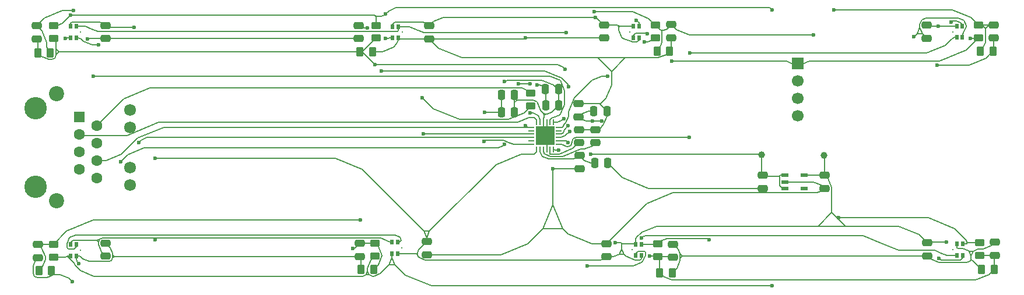
<source format=gbr>
%TF.GenerationSoftware,KiCad,Pcbnew,9.0.6*%
%TF.CreationDate,2026-01-10T21:11:38+01:00*%
%TF.ProjectId,_autosave-sisterboard_A,5f617574-6f73-4617-9665-2d7369737465,1.0*%
%TF.SameCoordinates,Original*%
%TF.FileFunction,Copper,L1,Top*%
%TF.FilePolarity,Positive*%
%FSLAX46Y46*%
G04 Gerber Fmt 4.6, Leading zero omitted, Abs format (unit mm)*
G04 Created by KiCad (PCBNEW 9.0.6) date 2026-01-10 21:11:38*
%MOMM*%
%LPD*%
G01*
G04 APERTURE LIST*
G04 Aperture macros list*
%AMRoundRect*
0 Rectangle with rounded corners*
0 $1 Rounding radius*
0 $2 $3 $4 $5 $6 $7 $8 $9 X,Y pos of 4 corners*
0 Add a 4 corners polygon primitive as box body*
4,1,4,$2,$3,$4,$5,$6,$7,$8,$9,$2,$3,0*
0 Add four circle primitives for the rounded corners*
1,1,$1+$1,$2,$3*
1,1,$1+$1,$4,$5*
1,1,$1+$1,$6,$7*
1,1,$1+$1,$8,$9*
0 Add four rect primitives between the rounded corners*
20,1,$1+$1,$2,$3,$4,$5,0*
20,1,$1+$1,$4,$5,$6,$7,0*
20,1,$1+$1,$6,$7,$8,$9,0*
20,1,$1+$1,$8,$9,$2,$3,0*%
G04 Aperture macros list end*
%TA.AperFunction,SMDPad,CuDef*%
%ADD10RoundRect,0.250000X0.250000X0.475000X-0.250000X0.475000X-0.250000X-0.475000X0.250000X-0.475000X0*%
%TD*%
%TA.AperFunction,SMDPad,CuDef*%
%ADD11RoundRect,0.250000X-0.450000X0.262500X-0.450000X-0.262500X0.450000X-0.262500X0.450000X0.262500X0*%
%TD*%
%TA.AperFunction,SMDPad,CuDef*%
%ADD12RoundRect,0.250000X-0.250000X-0.475000X0.250000X-0.475000X0.250000X0.475000X-0.250000X0.475000X0*%
%TD*%
%TA.AperFunction,SMDPad,CuDef*%
%ADD13R,2.794000X2.794000*%
%TD*%
%TA.AperFunction,SMDPad,CuDef*%
%ADD14R,0.807999X0.254800*%
%TD*%
%TA.AperFunction,SMDPad,CuDef*%
%ADD15R,0.254800X0.807999*%
%TD*%
%TA.AperFunction,SMDPad,CuDef*%
%ADD16RoundRect,0.250000X0.262500X0.450000X-0.262500X0.450000X-0.262500X-0.450000X0.262500X-0.450000X0*%
%TD*%
%TA.AperFunction,SMDPad,CuDef*%
%ADD17RoundRect,0.250000X0.450000X-0.262500X0.450000X0.262500X-0.450000X0.262500X-0.450000X-0.262500X0*%
%TD*%
%TA.AperFunction,SMDPad,CuDef*%
%ADD18RoundRect,0.250000X0.475000X-0.250000X0.475000X0.250000X-0.475000X0.250000X-0.475000X-0.250000X0*%
%TD*%
%TA.AperFunction,SMDPad,CuDef*%
%ADD19RoundRect,0.250000X-0.475000X0.250000X-0.475000X-0.250000X0.475000X-0.250000X0.475000X0.250000X0*%
%TD*%
%TA.AperFunction,SMDPad,CuDef*%
%ADD20R,0.540000X0.750000*%
%TD*%
%TA.AperFunction,SMDPad,CuDef*%
%ADD21RoundRect,0.150000X0.000010X0.000010X-0.000010X0.000010X-0.000010X-0.000010X0.000010X-0.000010X0*%
%TD*%
%TA.AperFunction,SMDPad,CuDef*%
%ADD22RoundRect,0.250000X-0.262500X-0.450000X0.262500X-0.450000X0.262500X0.450000X-0.262500X0.450000X0*%
%TD*%
%TA.AperFunction,ComponentPad*%
%ADD23C,2.200000*%
%TD*%
%TA.AperFunction,ComponentPad*%
%ADD24C,1.720000*%
%TD*%
%TA.AperFunction,ComponentPad*%
%ADD25C,1.600000*%
%TD*%
%TA.AperFunction,ComponentPad*%
%ADD26RoundRect,0.250000X-0.550000X0.550000X-0.550000X-0.550000X0.550000X-0.550000X0.550000X0.550000X0*%
%TD*%
%TA.AperFunction,WasherPad*%
%ADD27C,3.260000*%
%TD*%
%TA.AperFunction,SMDPad,CuDef*%
%ADD28RoundRect,0.150000X-0.000010X-0.000010X0.000010X-0.000010X0.000010X0.000010X-0.000010X0.000010X0*%
%TD*%
%TA.AperFunction,ComponentPad*%
%ADD29C,1.700000*%
%TD*%
%TA.AperFunction,ComponentPad*%
%ADD30R,1.700000X1.700000*%
%TD*%
%TA.AperFunction,SMDPad,CuDef*%
%ADD31R,1.000001X0.599999*%
%TD*%
%TA.AperFunction,SMDPad,CuDef*%
%ADD32C,1.000000*%
%TD*%
%TA.AperFunction,ViaPad*%
%ADD33C,0.600000*%
%TD*%
%TA.AperFunction,Conductor*%
%ADD34C,0.200000*%
%TD*%
G04 APERTURE END LIST*
D10*
%TO.P,C10,2*%
%TO.N,+3.3V*%
X152500000Y-88200000D03*
%TO.P,C10,1*%
%TO.N,GND*%
X154400000Y-88200000D03*
%TD*%
D11*
%TO.P,R1,2*%
%TO.N,Net-(U1-SDOUT)*%
X150375000Y-90675000D03*
%TO.P,R1,1*%
%TO.N,/SDOUT*%
X150375000Y-88850000D03*
%TD*%
D12*
%TO.P,C8,2*%
%TO.N,GND*%
X148025000Y-89075000D03*
%TO.P,C8,1*%
%TO.N,Net-(U1-DREG)*%
X146125000Y-89075000D03*
%TD*%
%TO.P,C9,2*%
%TO.N,GND*%
X154450000Y-90600000D03*
%TO.P,C9,1*%
%TO.N,+3.3V*%
X152550000Y-90600000D03*
%TD*%
D10*
%TO.P,C7,2*%
%TO.N,Net-(U1-DREG)*%
X146100000Y-91650000D03*
%TO.P,C7,1*%
%TO.N,GND*%
X148000000Y-91650000D03*
%TD*%
D13*
%TO.P,U1,25,VSS*%
%TO.N,GND*%
X152455000Y-95045200D03*
D14*
%TO.P,U1,24,DREG*%
%TO.N,Net-(U1-DREG)*%
X150488900Y-96295515D03*
%TO.P,U1,23,FSYNC*%
%TO.N,/FSYNC*%
X150488900Y-95795389D03*
%TO.P,U1,22,BCLK*%
%TO.N,/BCLK*%
X150488900Y-95295263D03*
%TO.P,U1,21,SDOUT*%
%TO.N,Net-(U1-SDOUT)*%
X150488900Y-94795137D03*
%TO.P,U1,20,GPIO1*%
%TO.N,unconnected-(U1-GPIO1-Pad20)*%
X150488900Y-94295011D03*
%TO.P,U1,19,IOVDD*%
%TO.N,+3.3V*%
X150488900Y-93794885D03*
D15*
%TO.P,U1,18,SDA_SSZ*%
%TO.N,/SDA_SSZ*%
X151204685Y-93079100D03*
%TO.P,U1,17,SCL_MOSI*%
%TO.N,/SCL_MOSI*%
X151704811Y-93079100D03*
%TO.P,U1,16,ADDR0_SCLK*%
%TO.N,GND*%
X152204937Y-93079100D03*
%TO.P,U1,15,ADDR1_MISO*%
X152705063Y-93079100D03*
%TO.P,U1,14,SHDNZ*%
%TO.N,/SHDNZ*%
X153205189Y-93079100D03*
%TO.P,U1,13,PDMCLK4_GPO4*%
%TO.N,Net-(U1-PDMCLK4_GPO4)*%
X153705315Y-93079100D03*
D14*
%TO.P,U1,12,PDMDIN4_GPI4*%
%TO.N,Net-(U1-PDMDIN4_GPI4)*%
X154421100Y-93794885D03*
%TO.P,U1,11,PDMCLK3_GPO3*%
%TO.N,Net-(U1-PDMCLK3_GPO3)*%
X154421100Y-94295011D03*
%TO.P,U1,10,PDMDIN3_GPI3*%
%TO.N,Net-(U1-PDMDIN3_GPI3)*%
X154421100Y-94795137D03*
%TO.P,U1,9,PDMLK2_GPO2*%
%TO.N,Net-(U1-PDMLK2_GPO2)*%
X154421100Y-95295263D03*
%TO.P,U1,8,PDMDIN2_GPI2*%
%TO.N,Net-(U1-PDMDIN2_GPI2)*%
X154421100Y-95795389D03*
%TO.P,U1,7,PDMLK1_GPO1*%
%TO.N,Net-(U1-PDMLK1_GPO1)*%
X154421100Y-96295515D03*
D15*
%TO.P,U1,6,PDMDIN1_GPI1*%
%TO.N,Net-(U1-PDMDIN1_GPI1)*%
X153705315Y-97011300D03*
%TO.P,U1,5,MICBIAS*%
%TO.N,Net-(U1-MICBIAS)*%
X153205189Y-97011300D03*
%TO.P,U1,4,AVSS*%
%TO.N,GND*%
X152705063Y-97011300D03*
%TO.P,U1,3,VREF*%
%TO.N,Net-(U1-VREF)*%
X152204937Y-97011300D03*
%TO.P,U1,2,AREG*%
%TO.N,Net-(U1-AREG)*%
X151704811Y-97011300D03*
%TO.P,U1,1,AVDD*%
%TO.N,+1V8*%
X151204685Y-97011300D03*
%TD*%
D16*
%TO.P,R17,2*%
%TO.N,GND*%
X215850000Y-114450000D03*
%TO.P,R17,1*%
%TO.N,Net-(U1-PDMDIN4_GPI4)*%
X217675000Y-114450000D03*
%TD*%
D17*
%TO.P,R15,2*%
%TO.N,Net-(J2-Pin_4)*%
X215537000Y-110612000D03*
%TO.P,R15,1*%
%TO.N,Net-(U1-PDMDIN4_GPI4)*%
X215537000Y-112437000D03*
%TD*%
D18*
%TO.P,C26,2*%
%TO.N,GND*%
X217787000Y-110537000D03*
%TO.P,C26,1*%
%TO.N,Net-(U1-PDMDIN4_GPI4)*%
X217787000Y-112437000D03*
%TD*%
D19*
%TO.P,C24,2*%
%TO.N,GND*%
X207962000Y-112512000D03*
%TO.P,C24,1*%
%TO.N,+1V8*%
X207962000Y-110612000D03*
%TD*%
D20*
%TO.P,U9,5,VDD*%
%TO.N,+1V8*%
X213087000Y-112463000D03*
%TO.P,U9,4,CLK*%
%TO.N,Net-(U1-PDMCLK4_GPO4)*%
X212265000Y-112463000D03*
D21*
%TO.P,U9,3,GND*%
%TO.N,GND*%
X211690500Y-111625000D03*
D20*
%TO.P,U9,2,LR*%
X212265000Y-110787000D03*
%TO.P,U9,1,DATA*%
%TO.N,Net-(J2-Pin_4)*%
X213087000Y-110787000D03*
%TD*%
D19*
%TO.P,C2,1*%
%TO.N,GND*%
X157350000Y-90375000D03*
%TO.P,C2,2*%
%TO.N,+1V8*%
X157350000Y-92275000D03*
%TD*%
D12*
%TO.P,C1,1*%
%TO.N,+1V8*%
X159525000Y-91450000D03*
%TO.P,C1,2*%
%TO.N,GND*%
X161425000Y-91450000D03*
%TD*%
D18*
%TO.P,C4,1*%
%TO.N,Net-(U1-MICBIAS)*%
X157430000Y-96045200D03*
%TO.P,C4,2*%
%TO.N,GND*%
X157430000Y-94145200D03*
%TD*%
D10*
%TO.P,C5,1*%
%TO.N,GND*%
X161580000Y-99020200D03*
%TO.P,C5,2*%
%TO.N,Net-(U1-AREG)*%
X159680000Y-99020200D03*
%TD*%
D19*
%TO.P,C6,1*%
%TO.N,Net-(U1-AREG)*%
X157455000Y-97920200D03*
%TO.P,C6,2*%
%TO.N,GND*%
X157455000Y-99820200D03*
%TD*%
D18*
%TO.P,C3,1*%
%TO.N,Net-(U1-VREF)*%
X159800000Y-96025000D03*
%TO.P,C3,2*%
%TO.N,GND*%
X159800000Y-94125000D03*
%TD*%
D17*
%TO.P,R14,2*%
%TO.N,Net-(J2-Pin_4)*%
X168825000Y-110763500D03*
%TO.P,R14,1*%
%TO.N,Net-(U1-PDMDIN4_GPI4)*%
X168825000Y-112588500D03*
%TD*%
D20*
%TO.P,U8,5,VDD*%
%TO.N,+1V8*%
X166475000Y-112476000D03*
%TO.P,U8,4,CLK*%
%TO.N,Net-(U1-PDMCLK4_GPO4)*%
X165653000Y-112476000D03*
D21*
%TO.P,U8,3,GND*%
%TO.N,GND*%
X165078500Y-111638000D03*
D20*
%TO.P,U8,2,LR*%
%TO.N,+1V8*%
X165653000Y-110800000D03*
%TO.P,U8,1,DATA*%
%TO.N,Net-(J2-Pin_4)*%
X166475000Y-110800000D03*
%TD*%
D19*
%TO.P,C18,2*%
%TO.N,GND*%
X125402000Y-80875000D03*
%TO.P,C18,1*%
%TO.N,Net-(U1-PDMDIN2_GPI2)*%
X125402000Y-78975000D03*
%TD*%
D18*
%TO.P,C25,2*%
%TO.N,GND*%
X171075000Y-110801000D03*
%TO.P,C25,1*%
%TO.N,Net-(U1-PDMDIN4_GPI4)*%
X171075000Y-112701000D03*
%TD*%
D22*
%TO.P,R16,2*%
%TO.N,GND*%
X170912500Y-115000000D03*
%TO.P,R16,1*%
%TO.N,Net-(U1-PDMDIN4_GPI4)*%
X169087500Y-115000000D03*
%TD*%
D23*
%TO.P,J1,SH*%
%TO.N,N/C*%
X81550000Y-104510000D03*
X81550000Y-88920000D03*
D24*
%TO.P,J1,14*%
X92220000Y-102175000D03*
%TO.P,J1,13*%
X92220000Y-99635000D03*
%TO.P,J1,12*%
X92220000Y-93795000D03*
%TO.P,J1,11*%
X92220000Y-91255000D03*
D25*
%TO.P,J1,9*%
X87390000Y-101160000D03*
%TO.P,J1,8*%
%TO.N,GND*%
X84850000Y-99890000D03*
%TO.P,J1,7*%
%TO.N,+3.3V*%
X87390000Y-98620000D03*
%TO.P,J1,6*%
%TO.N,/SHDNZ*%
X84850000Y-97350000D03*
%TO.P,J1,5*%
%TO.N,/SCL_MOSI*%
X87390000Y-96080000D03*
%TO.P,J1,4*%
%TO.N,/SDA_SSZ*%
X84850000Y-94810000D03*
%TO.P,J1,3*%
%TO.N,/SDOUT*%
X87390000Y-93540000D03*
D26*
%TO.P,J1,2*%
%TO.N,/BCLK*%
X84850000Y-92270000D03*
D27*
%TO.P,J1,*%
%TO.N,*%
X78500000Y-102430000D03*
X78500000Y-91000000D03*
%TD*%
D22*
%TO.P,R9,2*%
%TO.N,GND*%
X127402000Y-82813000D03*
%TO.P,R9,1*%
%TO.N,Net-(U1-PDMDIN2_GPI2)*%
X125577000Y-82813000D03*
%TD*%
D20*
%TO.P,U5,5,VDD*%
%TO.N,+1V8*%
X130328000Y-79137000D03*
%TO.P,U5,4,CLK*%
%TO.N,Net-(U1-PDMLK2_GPO2)*%
X131150000Y-79137000D03*
D28*
%TO.P,U5,3,GND*%
%TO.N,GND*%
X131724500Y-79975000D03*
D20*
%TO.P,U5,2,LR*%
X131150000Y-80813000D03*
%TO.P,U5,1,DATA*%
%TO.N,Net-(J2-Pin_2)*%
X130328000Y-80813000D03*
%TD*%
D29*
%TO.P,J2,4,Pin_4*%
%TO.N,Net-(J2-Pin_4)*%
X189150000Y-92095000D03*
%TO.P,J2,3,Pin_3*%
%TO.N,Net-(J2-Pin_3)*%
X189150000Y-89555000D03*
%TO.P,J2,2,Pin_2*%
%TO.N,Net-(J2-Pin_2)*%
X189150000Y-87015000D03*
D30*
%TO.P,J2,1,Pin_1*%
%TO.N,Net-(J2-Pin_1)*%
X189150000Y-84475000D03*
%TD*%
D11*
%TO.P,R7,2*%
%TO.N,Net-(U1-PDMDIN2_GPI2)*%
X127902000Y-80800000D03*
%TO.P,R7,1*%
%TO.N,Net-(J2-Pin_2)*%
X127902000Y-78975000D03*
%TD*%
D18*
%TO.P,C23,2*%
%TO.N,GND*%
X161350000Y-110751000D03*
%TO.P,C23,1*%
%TO.N,+1V8*%
X161350000Y-112651000D03*
%TD*%
D19*
%TO.P,C16,2*%
%TO.N,GND*%
X135650000Y-80925000D03*
%TO.P,C16,1*%
%TO.N,+1V8*%
X135650000Y-79025000D03*
%TD*%
D20*
%TO.P,U2,1,DATA*%
%TO.N,Net-(J2-Pin_3)*%
X130241500Y-112219000D03*
%TO.P,U2,2,LR*%
%TO.N,+1V8*%
X131063500Y-112219000D03*
D28*
%TO.P,U2,3,GND*%
%TO.N,GND*%
X131638000Y-111381000D03*
D20*
%TO.P,U2,4,CLK*%
%TO.N,Net-(U1-PDMCLK3_GPO3)*%
X131063500Y-110543000D03*
%TO.P,U2,5,VDD*%
%TO.N,+1V8*%
X130241500Y-110543000D03*
%TD*%
D18*
%TO.P,C20,1*%
%TO.N,+1V8*%
X207900000Y-80850000D03*
%TO.P,C20,2*%
%TO.N,GND*%
X207900000Y-78950000D03*
%TD*%
D19*
%TO.P,C12,1*%
%TO.N,+1V8*%
X135265500Y-110456000D03*
%TO.P,C12,2*%
%TO.N,GND*%
X135265500Y-112356000D03*
%TD*%
D16*
%TO.P,R12,1*%
%TO.N,GND*%
X170565500Y-82699000D03*
%TO.P,R12,2*%
%TO.N,Net-(U1-PDMDIN1_GPI1)*%
X168740500Y-82699000D03*
%TD*%
D22*
%TO.P,R13,1*%
%TO.N,Net-(U1-PDMDIN1_GPI1)*%
X215662500Y-82700000D03*
%TO.P,R13,2*%
%TO.N,GND*%
X217487500Y-82700000D03*
%TD*%
D19*
%TO.P,C22,1*%
%TO.N,Net-(U1-PDMDIN1_GPI1)*%
X217625000Y-78925000D03*
%TO.P,C22,2*%
%TO.N,GND*%
X217625000Y-80825000D03*
%TD*%
D17*
%TO.P,R3,1*%
%TO.N,Net-(J2-Pin_3)*%
X127790500Y-112518500D03*
%TO.P,R3,2*%
%TO.N,Net-(U1-PDMDIN3_GPI3)*%
X127790500Y-110693500D03*
%TD*%
D31*
%TO.P,U10,1,IN*%
%TO.N,+3.3V*%
X187299999Y-100796999D03*
%TO.P,U10,2,GND*%
%TO.N,GND*%
X187299999Y-101747000D03*
%TO.P,U10,3,EN*%
%TO.N,+3.3V*%
X187299999Y-102696998D03*
%TO.P,U10,4,N/C*%
%TO.N,unconnected-(U10-N{slash}C-Pad4)*%
X190049999Y-102696998D03*
%TO.P,U10,5,OUT*%
%TO.N,+1V8*%
X190049999Y-100796999D03*
%TD*%
D22*
%TO.P,R4,1*%
%TO.N,Net-(U1-PDMDIN3_GPI3)*%
X78978500Y-114656000D03*
%TO.P,R4,2*%
%TO.N,GND*%
X80803500Y-114656000D03*
%TD*%
D19*
%TO.P,C21,1*%
%TO.N,Net-(U1-PDMDIN1_GPI1)*%
X170803000Y-78874000D03*
%TO.P,C21,2*%
%TO.N,GND*%
X170803000Y-80774000D03*
%TD*%
D18*
%TO.P,C17,1*%
%TO.N,Net-(U1-PDMDIN2_GPI2)*%
X78650000Y-80925000D03*
%TO.P,C17,2*%
%TO.N,GND*%
X78650000Y-79025000D03*
%TD*%
D19*
%TO.P,C28,1*%
%TO.N,+1V8*%
X193050000Y-100797000D03*
%TO.P,C28,2*%
%TO.N,GND*%
X193050000Y-102697000D03*
%TD*%
D17*
%TO.P,R10,1*%
%TO.N,Net-(J2-Pin_1)*%
X168478000Y-80749000D03*
%TO.P,R10,2*%
%TO.N,Net-(U1-PDMDIN1_GPI1)*%
X168478000Y-78924000D03*
%TD*%
D19*
%TO.P,C19,1*%
%TO.N,+1V8*%
X161028000Y-78924000D03*
%TO.P,C19,2*%
%TO.N,GND*%
X161028000Y-80824000D03*
%TD*%
%TO.P,C13,1*%
%TO.N,Net-(U1-PDMDIN3_GPI3)*%
X78853500Y-110856000D03*
%TO.P,C13,2*%
%TO.N,GND*%
X78853500Y-112756000D03*
%TD*%
D18*
%TO.P,C11,1*%
%TO.N,+1V8*%
X88678500Y-112556000D03*
%TO.P,C11,2*%
%TO.N,GND*%
X88678500Y-110656000D03*
%TD*%
D19*
%TO.P,C15,1*%
%TO.N,+1V8*%
X88650000Y-78975000D03*
%TO.P,C15,2*%
%TO.N,GND*%
X88650000Y-80875000D03*
%TD*%
D20*
%TO.P,U3,1,DATA*%
%TO.N,Net-(J2-Pin_3)*%
X83591500Y-112544000D03*
%TO.P,U3,2,LR*%
%TO.N,GND*%
X84413500Y-112544000D03*
D28*
%TO.P,U3,3,GND*%
X84988000Y-111706000D03*
D20*
%TO.P,U3,4,CLK*%
%TO.N,Net-(U1-PDMCLK3_GPO3)*%
X84413500Y-110868000D03*
%TO.P,U3,5,VDD*%
%TO.N,+1V8*%
X83591500Y-110868000D03*
%TD*%
%TO.P,U7,1,DATA*%
%TO.N,Net-(J2-Pin_1)*%
X213046000Y-79063000D03*
%TO.P,U7,2,LR*%
%TO.N,GND*%
X212224000Y-79063000D03*
D21*
%TO.P,U7,3,GND*%
X211649500Y-79901000D03*
D20*
%TO.P,U7,4,CLK*%
%TO.N,Net-(U1-PDMLK1_GPO1)*%
X212224000Y-80739000D03*
%TO.P,U7,5,VDD*%
%TO.N,+1V8*%
X213046000Y-80739000D03*
%TD*%
D17*
%TO.P,R11,1*%
%TO.N,Net-(J2-Pin_1)*%
X215400000Y-80762500D03*
%TO.P,R11,2*%
%TO.N,Net-(U1-PDMDIN1_GPI1)*%
X215400000Y-78937500D03*
%TD*%
D19*
%TO.P,C14,1*%
%TO.N,Net-(U1-PDMDIN3_GPI3)*%
X125565500Y-110681000D03*
%TO.P,C14,2*%
%TO.N,GND*%
X125565500Y-112581000D03*
%TD*%
D20*
%TO.P,U4,1,DATA*%
%TO.N,Net-(J2-Pin_2)*%
X83576000Y-80787000D03*
%TO.P,U4,2,LR*%
%TO.N,+1V8*%
X84398000Y-80787000D03*
D28*
%TO.P,U4,3,GND*%
%TO.N,GND*%
X84972500Y-79949000D03*
D20*
%TO.P,U4,4,CLK*%
%TO.N,Net-(U1-PDMLK2_GPO2)*%
X84398000Y-79111000D03*
%TO.P,U4,5,VDD*%
%TO.N,+1V8*%
X83576000Y-79111000D03*
%TD*%
D11*
%TO.P,R6,1*%
%TO.N,Net-(J2-Pin_2)*%
X81150000Y-79025000D03*
%TO.P,R6,2*%
%TO.N,Net-(U1-PDMDIN2_GPI2)*%
X81150000Y-80850000D03*
%TD*%
D17*
%TO.P,R2,1*%
%TO.N,Net-(J2-Pin_3)*%
X81078500Y-112681000D03*
%TO.P,R2,2*%
%TO.N,Net-(U1-PDMDIN3_GPI3)*%
X81078500Y-110856000D03*
%TD*%
D20*
%TO.P,U6,1,DATA*%
%TO.N,Net-(J2-Pin_1)*%
X166125000Y-79099000D03*
%TO.P,U6,2,LR*%
%TO.N,+1V8*%
X165303000Y-79099000D03*
D21*
%TO.P,U6,3,GND*%
%TO.N,GND*%
X164728500Y-79937000D03*
D20*
%TO.P,U6,4,CLK*%
%TO.N,Net-(U1-PDMLK1_GPO1)*%
X165303000Y-80775000D03*
%TO.P,U6,5,VDD*%
%TO.N,+1V8*%
X166125000Y-80775000D03*
%TD*%
D32*
%TO.P,TP2,1,1*%
%TO.N,+1V8*%
X193000000Y-97897000D03*
%TD*%
%TO.P,TP1,1,1*%
%TO.N,+3.3V*%
X183925000Y-97775000D03*
%TD*%
D22*
%TO.P,R8,1*%
%TO.N,Net-(U1-PDMDIN2_GPI2)*%
X78825000Y-82975000D03*
%TO.P,R8,2*%
%TO.N,GND*%
X80650000Y-82975000D03*
%TD*%
D16*
%TO.P,R5,1*%
%TO.N,Net-(U1-PDMDIN3_GPI3)*%
X127590500Y-114481000D03*
%TO.P,R5,2*%
%TO.N,GND*%
X125765500Y-114481000D03*
%TD*%
D18*
%TO.P,C27,1*%
%TO.N,GND*%
X184050000Y-102697000D03*
%TO.P,C27,2*%
%TO.N,+3.3V*%
X184050000Y-100797000D03*
%TD*%
D33*
%TO.N,Net-(U1-PDMDIN2_GPI2)*%
X155356000Y-85323600D03*
X127782000Y-84681600D03*
X126656000Y-79322400D03*
X155797000Y-95995900D03*
%TO.N,Net-(U1-PDMLK2_GPO2)*%
X156054000Y-94381000D03*
X155547000Y-80037100D03*
%TO.N,Net-(U1-PDMLK1_GPO1)*%
X173499000Y-82986900D03*
X173374000Y-95227800D03*
X167270000Y-80218700D03*
%TO.N,/BCLK*%
X93464600Y-95997200D03*
%TO.N,Net-(U1-PDMCLK4_GPO4)*%
X158559000Y-114016000D03*
X166476000Y-109906000D03*
X155164000Y-92555900D03*
%TO.N,Net-(U1-SDOUT)*%
X134655000Y-89510400D03*
X134831000Y-94721000D03*
%TO.N,Net-(U1-PDMDIN4_GPI4)*%
X161523000Y-86350100D03*
X167618000Y-112577000D03*
%TO.N,Net-(J2-Pin_1)*%
X170857000Y-84188600D03*
X211402000Y-78491000D03*
X214204000Y-80911300D03*
X165728000Y-78239700D03*
X166875000Y-81380100D03*
%TO.N,Net-(U1-PDMDIN1_GPI1)*%
X194415000Y-76689200D03*
X191427000Y-80388700D03*
X159582000Y-76980100D03*
X154440000Y-97123200D03*
%TO.N,Net-(J2-Pin_4)*%
X176318000Y-110148000D03*
X195047000Y-106956000D03*
%TO.N,Net-(J2-Pin_3)*%
X185451000Y-116885000D03*
%TO.N,Net-(U1-PDMDIN3_GPI3)*%
X124574000Y-111443000D03*
X125691000Y-107325000D03*
X128679000Y-85628000D03*
X155878000Y-87865700D03*
X155809000Y-93605000D03*
%TO.N,Net-(J2-Pin_2)*%
X129333000Y-77290900D03*
X129330000Y-80882000D03*
X82835500Y-80830800D03*
X83586700Y-77509400D03*
X185451000Y-76689200D03*
%TO.N,/SCL_MOSI*%
X90861300Y-98813600D03*
X150308000Y-91724300D03*
X148562000Y-87514700D03*
X150299000Y-87490600D03*
X146607000Y-96254100D03*
%TO.N,/SHDNZ*%
X86847000Y-86374500D03*
%TO.N,Net-(U1-DREG)*%
X143676000Y-91650000D03*
X143619000Y-95873900D03*
%TO.N,+3.3V*%
X149612000Y-93588300D03*
X151336000Y-87625400D03*
X159073000Y-97682200D03*
%TO.N,+1V8*%
X159368000Y-92898400D03*
X159782000Y-77821300D03*
X160675000Y-92900000D03*
X162679000Y-110628000D03*
X209677000Y-112896000D03*
X210731000Y-110500000D03*
X95811000Y-110123000D03*
X92823000Y-79285600D03*
X206024000Y-80594500D03*
X87638300Y-81828700D03*
X95811000Y-98347700D03*
%TO.N,GND*%
X146607000Y-87172700D03*
X149595000Y-80824000D03*
X84729900Y-113602000D03*
X85994700Y-80951400D03*
X83813800Y-116294000D03*
X83975300Y-76793700D03*
X209355000Y-84726500D03*
X209535000Y-79063000D03*
X153604000Y-99820200D03*
%TD*%
D34*
%TO.N,Net-(U1-PDMDIN2_GPI2)*%
X81880100Y-82813000D02*
X81485100Y-83207900D01*
X81485100Y-82418100D02*
X81880100Y-82813000D01*
X125942000Y-82813000D02*
X125971000Y-82784100D01*
X125971000Y-82841900D02*
X125942000Y-82813000D01*
X81485100Y-83207900D02*
X81485100Y-82418100D01*
X125971000Y-82784100D02*
X125971000Y-82841900D01*
X78737500Y-81012500D02*
X78650000Y-80925000D01*
X78825000Y-81223700D02*
X78737500Y-81012500D01*
X78825000Y-82975000D02*
X78825000Y-81223700D01*
X126000000Y-82701700D02*
X127902000Y-80800000D01*
X125971000Y-82771900D02*
X126000000Y-82701700D01*
X125971000Y-82784100D02*
X125971000Y-82771900D01*
X125992000Y-82891200D02*
X127782000Y-84681600D01*
X125971000Y-82841900D02*
X125992000Y-82891200D01*
X125576000Y-79148700D02*
X125402000Y-78975000D01*
X125995000Y-79322400D02*
X125576000Y-79148700D01*
X126656000Y-79322400D02*
X125995000Y-79322400D01*
X81485100Y-83351700D02*
X81485100Y-83207900D01*
X81307500Y-83780500D02*
X81485100Y-83351700D01*
X80878700Y-83958100D02*
X81307500Y-83780500D01*
X80469000Y-83958100D02*
X80878700Y-83958100D01*
X79340800Y-83490800D02*
X80469000Y-83958100D01*
X78825000Y-82975000D02*
X79340800Y-83490800D01*
X81880100Y-82813000D02*
X125942000Y-82813000D01*
X81317600Y-81017600D02*
X81150000Y-80850000D01*
X81485100Y-81422100D02*
X81317600Y-81017600D01*
X81485100Y-82418100D02*
X81485100Y-81422100D01*
X154260000Y-84681600D02*
X127782000Y-84681600D01*
X155035000Y-85002600D02*
X154260000Y-84681600D01*
X155356000Y-85323600D02*
X155035000Y-85002600D01*
X155455000Y-95795400D02*
X154421100Y-95795400D01*
X155697000Y-95895600D02*
X155455000Y-95795400D01*
X155797000Y-95995900D02*
X155697000Y-95895600D01*
X154421100Y-95795400D02*
X154421000Y-95795400D01*
X125577000Y-82813000D02*
X125942000Y-82813000D01*
%TO.N,Net-(U1-PDMLK2_GPO2)*%
X131161000Y-79159500D02*
X131150000Y-79170800D01*
X131150000Y-79148200D02*
X131161000Y-79159500D01*
X131150000Y-79170800D02*
X131150000Y-79148200D01*
X131150000Y-79148200D02*
X131150000Y-79137000D01*
X85650000Y-79111000D02*
X84398000Y-79111000D01*
X86589400Y-79500100D02*
X85650000Y-79111000D01*
X87528900Y-79889300D02*
X86589400Y-79500100D01*
X130962000Y-79889300D02*
X87528900Y-79889300D01*
X131095000Y-79834100D02*
X130962000Y-79889300D01*
X131150000Y-79700800D02*
X131095000Y-79834100D01*
X131150000Y-79170800D02*
X131150000Y-79700800D01*
X134877000Y-80037100D02*
X155547000Y-80037100D01*
X133817000Y-79598300D02*
X134877000Y-80037100D01*
X132758000Y-79159500D02*
X133817000Y-79598300D01*
X131161000Y-79159500D02*
X132758000Y-79159500D01*
X154781000Y-95295300D02*
X154421100Y-95295300D01*
X155394000Y-95041100D02*
X154781000Y-95295300D01*
X156054000Y-94381000D02*
X155394000Y-95041100D01*
X154421100Y-95295300D02*
X154421000Y-95295300D01*
%TO.N,Net-(U1-PDMCLK3_GPO3)*%
X84413500Y-111189000D02*
X84413500Y-110868000D01*
X84092600Y-111510000D02*
X84413500Y-111189000D01*
X83296600Y-111510000D02*
X84092600Y-111510000D01*
X83116700Y-111435000D02*
X83296600Y-111510000D01*
X83042200Y-111256000D02*
X83116700Y-111435000D01*
X83042200Y-110779000D02*
X83042200Y-111256000D01*
X83422400Y-109861000D02*
X83042200Y-110779000D01*
X84340500Y-109481000D02*
X83422400Y-109861000D01*
X130682000Y-109481000D02*
X84340500Y-109481000D01*
X131332000Y-109750000D02*
X130682000Y-109481000D01*
X131415000Y-109834000D02*
X131332000Y-109750000D01*
X131600000Y-110281000D02*
X131415000Y-109834000D01*
X131338000Y-110543000D02*
X131600000Y-110281000D01*
X131064000Y-110543000D02*
X131338000Y-110543000D01*
X131063500Y-110543000D02*
X131064000Y-110543000D01*
%TO.N,Net-(U1-PDMLK1_GPO1)*%
X207850000Y-82986900D02*
X173499000Y-82986900D01*
X210563000Y-81862900D02*
X207850000Y-82986900D01*
X211497000Y-80928800D02*
X210563000Y-81862900D01*
X211956000Y-80739000D02*
X211497000Y-80928800D01*
X212224000Y-80739000D02*
X211956000Y-80739000D01*
X165303000Y-80454100D02*
X165303000Y-80775000D01*
X165624000Y-80133100D02*
X165303000Y-80454100D01*
X167124000Y-80133100D02*
X165624000Y-80133100D01*
X167227000Y-80175900D02*
X167124000Y-80133100D01*
X167270000Y-80218700D02*
X167227000Y-80175900D01*
X154871000Y-96295500D02*
X154421100Y-96295500D01*
X155627000Y-96608700D02*
X154871000Y-96295500D01*
X155754000Y-96608700D02*
X155627000Y-96608700D01*
X156211000Y-96419200D02*
X155754000Y-96608700D01*
X156400000Y-95961900D02*
X156211000Y-96419200D01*
X156400000Y-95859400D02*
X156400000Y-95961900D01*
X156586000Y-95412800D02*
X156400000Y-95859400D01*
X157032000Y-95227800D02*
X156586000Y-95412800D01*
X173374000Y-95227800D02*
X157032000Y-95227800D01*
X154421100Y-96295500D02*
X154421000Y-96295500D01*
%TO.N,/BCLK*%
X150489000Y-95295300D02*
X150488900Y-95295300D01*
X93815600Y-95646200D02*
X93464600Y-95997200D01*
X94662800Y-95295300D02*
X93815600Y-95646200D01*
X150488900Y-95295300D02*
X94662800Y-95295300D01*
%TO.N,Net-(U1-PDMCLK4_GPO4)*%
X165653000Y-112155000D02*
X165653000Y-112476000D01*
X165974000Y-111834000D02*
X165653000Y-112155000D01*
X166811000Y-111834000D02*
X165974000Y-111834000D01*
X166953000Y-111893000D02*
X166811000Y-111834000D01*
X167012000Y-112035000D02*
X166953000Y-111893000D01*
X167012000Y-112464000D02*
X167012000Y-112035000D01*
X166650000Y-113338000D02*
X167012000Y-112464000D01*
X166492000Y-113496000D02*
X166650000Y-113338000D01*
X165237000Y-114016000D02*
X166492000Y-113496000D01*
X158559000Y-114016000D02*
X165237000Y-114016000D01*
X210812000Y-112463000D02*
X212265000Y-112463000D01*
X209910000Y-112089000D02*
X210812000Y-112463000D01*
X209007000Y-111715000D02*
X209910000Y-112089000D01*
X203836000Y-111715000D02*
X209007000Y-111715000D01*
X201251000Y-110645000D02*
X203836000Y-111715000D01*
X198667000Y-109574000D02*
X201251000Y-110645000D01*
X167043000Y-109574000D02*
X198667000Y-109574000D01*
X166642000Y-109740000D02*
X167043000Y-109574000D01*
X166476000Y-109906000D02*
X166642000Y-109740000D01*
X154271000Y-93079100D02*
X153705300Y-93079100D01*
X154902000Y-92817500D02*
X154271000Y-93079100D01*
X155164000Y-92555900D02*
X154902000Y-92817500D01*
X153705300Y-93079100D02*
X153705000Y-93079100D01*
%TO.N,Net-(U1-SDOUT)*%
X150375000Y-90720900D02*
X150375000Y-90675000D01*
X150343000Y-90799300D02*
X150375000Y-90720900D01*
X149434000Y-91708100D02*
X150343000Y-90799300D01*
X147161000Y-92649400D02*
X149434000Y-91708100D01*
X140014000Y-92649400D02*
X147161000Y-92649400D01*
X136224000Y-91079900D02*
X140014000Y-92649400D01*
X134655000Y-89510400D02*
X136224000Y-91079900D01*
X149870000Y-94795100D02*
X150488900Y-94795100D01*
X149781000Y-94758100D02*
X149870000Y-94795100D01*
X149692000Y-94721000D02*
X149781000Y-94758100D01*
X134831000Y-94721000D02*
X149692000Y-94721000D01*
X150488900Y-94795100D02*
X150489000Y-94795100D01*
%TO.N,Net-(U1-PDMDIN4_GPI4)*%
X168833000Y-112588000D02*
X168831000Y-112594000D01*
X168819000Y-112583000D02*
X168833000Y-112588000D01*
X217675000Y-112493000D02*
X217619000Y-112437000D01*
X217731000Y-112437000D02*
X217675000Y-112493000D01*
X217619000Y-112437000D02*
X217731000Y-112437000D01*
X171019000Y-112645000D02*
X171075000Y-112701000D01*
X170883000Y-112588000D02*
X171019000Y-112645000D01*
X168833000Y-112588000D02*
X170883000Y-112588000D01*
X217619000Y-112437000D02*
X215537000Y-112437000D01*
X217731000Y-112437000D02*
X217787000Y-112437000D01*
X217675000Y-114450000D02*
X217675000Y-112493000D01*
X168805000Y-112577000D02*
X167618000Y-112577000D01*
X168819000Y-112583000D02*
X168805000Y-112577000D01*
X169395900Y-115023800D02*
X169396000Y-115023800D01*
X169372100Y-115000000D02*
X169395900Y-115023800D01*
X169087500Y-115000000D02*
X169372100Y-115000000D01*
X169088000Y-114279000D02*
X169396000Y-115023800D01*
X169088000Y-113037000D02*
X169088000Y-114279000D01*
X168956000Y-112720000D02*
X169088000Y-113037000D01*
X168831000Y-112594000D02*
X168956000Y-112720000D01*
X216890000Y-115235000D02*
X217675000Y-114450000D01*
X214996000Y-116019000D02*
X216890000Y-115235000D01*
X170827000Y-116019000D02*
X214996000Y-116019000D01*
X169597000Y-115510000D02*
X170827000Y-116019000D01*
X169396000Y-115023800D02*
X169597000Y-115510000D01*
X154421000Y-93794900D02*
X154421100Y-93794900D01*
X160702000Y-86350100D02*
X161523000Y-86350100D01*
X159300000Y-86930700D02*
X160702000Y-86350100D01*
X156691000Y-89539500D02*
X159300000Y-86930700D01*
X155849000Y-91572800D02*
X156691000Y-89539500D01*
X155849000Y-92228800D02*
X155849000Y-91572800D01*
X155470000Y-93142300D02*
X155849000Y-92228800D01*
X155189000Y-93423800D02*
X155470000Y-93142300D01*
X155092000Y-93657800D02*
X155189000Y-93423800D01*
X154955000Y-93794900D02*
X155092000Y-93657800D01*
X154421100Y-93794900D02*
X154955000Y-93794900D01*
X168831000Y-112594000D02*
X168825000Y-112588500D01*
X168825000Y-112588500D02*
X168819000Y-112583000D01*
%TO.N,Net-(J2-Pin_1)*%
X187544000Y-84188600D02*
X170857000Y-84188600D01*
X188236000Y-84475000D02*
X187544000Y-84188600D01*
X189150000Y-84475000D02*
X188236000Y-84475000D01*
X213046000Y-78957800D02*
X213046000Y-79063000D01*
X212972000Y-78778100D02*
X213046000Y-78957800D01*
X212803000Y-78609400D02*
X212972000Y-78778100D01*
X212216000Y-78366400D02*
X212803000Y-78609400D01*
X211614000Y-78366400D02*
X212216000Y-78366400D01*
X211464000Y-78428700D02*
X211614000Y-78366400D01*
X211402000Y-78491000D02*
X211464000Y-78428700D01*
X215146000Y-80911300D02*
X215326000Y-80836900D01*
X214204000Y-80911300D02*
X215146000Y-80911300D01*
X213597000Y-82565800D02*
X215326000Y-80836900D01*
X209749000Y-84159600D02*
X213597000Y-82565800D01*
X190805000Y-84159600D02*
X209749000Y-84159600D01*
X190425000Y-84317300D02*
X190805000Y-84159600D01*
X190044000Y-84475000D02*
X190425000Y-84317300D01*
X189150000Y-84475000D02*
X190044000Y-84475000D01*
X166125000Y-78546900D02*
X166125000Y-79099000D01*
X166035000Y-78457100D02*
X166125000Y-78546900D01*
X165882000Y-78393600D02*
X166035000Y-78457100D01*
X165728000Y-78239700D02*
X165882000Y-78393600D01*
X168162000Y-81064600D02*
X168478000Y-80749000D01*
X167401000Y-81380100D02*
X168162000Y-81064600D01*
X166875000Y-81380100D02*
X167401000Y-81380100D01*
X215326000Y-80836500D02*
X215326000Y-80836900D01*
X215400000Y-80762500D02*
X215326000Y-80836500D01*
%TO.N,Net-(U1-PDMDIN1_GPI1)*%
X216895000Y-78937500D02*
X216397000Y-79435900D01*
X169458000Y-79806100D02*
X169360000Y-79707600D01*
X169557000Y-79707600D02*
X169458000Y-79806100D01*
X215898000Y-78937500D02*
X216895000Y-78937500D01*
X169360000Y-79707600D02*
X169557000Y-79707600D01*
X169714000Y-79707600D02*
X169557000Y-79707600D01*
X170150000Y-79527000D02*
X169714000Y-79707600D01*
X170803000Y-78874000D02*
X170150000Y-79527000D01*
X169192000Y-79638000D02*
X168478000Y-78924000D01*
X169360000Y-79707600D02*
X169192000Y-79638000D01*
X217604000Y-78937500D02*
X216895000Y-78937500D01*
X217619000Y-78931200D02*
X217604000Y-78937500D01*
X217625000Y-78925000D02*
X217619000Y-78931200D01*
X215048000Y-78585000D02*
X215898000Y-78937500D01*
X214276000Y-77813400D02*
X215048000Y-78585000D01*
X211562000Y-76689200D02*
X214276000Y-77813400D01*
X194415000Y-76689200D02*
X211562000Y-76689200D01*
X173389000Y-80388700D02*
X191427000Y-80388700D01*
X171560000Y-79631400D02*
X173389000Y-80388700D01*
X170803000Y-78874000D02*
X171560000Y-79631400D01*
X167506000Y-77952100D02*
X168478000Y-78924000D01*
X165160000Y-76980100D02*
X167506000Y-77952100D01*
X159582000Y-76980100D02*
X165160000Y-76980100D01*
X215907800Y-78947200D02*
X215907800Y-78947300D01*
X215409700Y-78947200D02*
X215907800Y-78947200D01*
X215400000Y-78937500D02*
X215409700Y-78947200D01*
X216397000Y-79435900D02*
X215907800Y-78947300D01*
X215907800Y-78947300D02*
X215898000Y-78937500D01*
X153728700Y-97034700D02*
X153728700Y-97034900D01*
X153705300Y-97011300D02*
X153728700Y-97034700D01*
X153761000Y-97067200D02*
X153728700Y-97034900D01*
X153896000Y-97123200D02*
X153761000Y-97067200D01*
X154440000Y-97123200D02*
X153896000Y-97123200D01*
X153728700Y-97034900D02*
X153705000Y-97011300D01*
X169100000Y-82340000D02*
X168920000Y-82519500D01*
X169458000Y-81473300D02*
X169100000Y-82340000D01*
X169458000Y-79806100D02*
X169458000Y-81473300D01*
X168920000Y-82519500D02*
X168740500Y-82699000D01*
X168920000Y-82519500D02*
X168740000Y-82699000D01*
X215662500Y-82700000D02*
X215662300Y-82699800D01*
X216030000Y-82332800D02*
X215662300Y-82699800D01*
X216397000Y-81446300D02*
X216030000Y-82332800D01*
X216397000Y-79435900D02*
X216397000Y-81446300D01*
X215662300Y-82699800D02*
X215662000Y-82700000D01*
%TO.N,Net-(J2-Pin_4)*%
X213755000Y-110612000D02*
X213711000Y-110656000D01*
X213711000Y-110568000D02*
X213755000Y-110612000D01*
X213711000Y-110656000D02*
X213711000Y-110568000D01*
X213680000Y-110730000D02*
X213711000Y-110656000D01*
X213668000Y-110743000D02*
X213680000Y-110730000D01*
X213562000Y-110787000D02*
X213668000Y-110743000D01*
X213087000Y-110787000D02*
X213562000Y-110787000D01*
X213755000Y-110612000D02*
X215537000Y-110612000D01*
X213711000Y-110466000D02*
X213711000Y-110568000D01*
X213608000Y-110218000D02*
X213711000Y-110466000D01*
X211940000Y-108550000D02*
X213608000Y-110218000D01*
X208093000Y-106956000D02*
X211940000Y-108550000D01*
X195047000Y-106956000D02*
X208093000Y-106956000D01*
X168807000Y-110782000D02*
X168825000Y-110763500D01*
X168763000Y-110800000D02*
X168807000Y-110782000D01*
X166475000Y-110800000D02*
X168763000Y-110800000D01*
X176233000Y-110064000D02*
X176318000Y-110148000D01*
X176029000Y-109979000D02*
X176233000Y-110064000D01*
X170164000Y-109979000D02*
X176029000Y-109979000D01*
X169217000Y-110371000D02*
X170164000Y-109979000D01*
X168843000Y-110745000D02*
X169217000Y-110371000D01*
X168825000Y-110763500D02*
X168843000Y-110745000D01*
%TO.N,Net-(J2-Pin_3)*%
X129827000Y-113807000D02*
X130242000Y-112806000D01*
X130656000Y-113807000D02*
X129827000Y-113807000D01*
X130242000Y-112806000D02*
X130656000Y-113807000D01*
X82986100Y-112612000D02*
X83151500Y-112544000D01*
X83123100Y-112612000D02*
X82986100Y-112612000D01*
X83151500Y-112544000D02*
X83123100Y-112612000D01*
X126465000Y-115253000D02*
X126678000Y-114738000D01*
X126891000Y-115253000D02*
X126465000Y-115253000D01*
X126678000Y-114738000D02*
X126891000Y-115253000D01*
X83151500Y-112544000D02*
X83591500Y-112544000D01*
X82820700Y-112681000D02*
X81078500Y-112681000D01*
X82986100Y-112612000D02*
X82820700Y-112681000D01*
X127176000Y-113133000D02*
X127790000Y-112518000D01*
X126678000Y-114335000D02*
X127176000Y-113133000D01*
X126678000Y-114738000D02*
X126678000Y-114335000D01*
X135988000Y-116885000D02*
X185451000Y-116885000D01*
X132140000Y-115291000D02*
X135988000Y-116885000D01*
X130656000Y-113807000D02*
X132140000Y-115291000D01*
X126895000Y-115256000D02*
X126891000Y-115253000D01*
X127418000Y-115473000D02*
X126895000Y-115256000D01*
X127636000Y-115473000D02*
X127418000Y-115473000D01*
X128532000Y-115102000D02*
X127636000Y-115473000D01*
X129827000Y-113807000D02*
X128532000Y-115102000D01*
X125950000Y-115466000D02*
X126465000Y-115253000D01*
X86943500Y-115466000D02*
X125950000Y-115466000D01*
X84977400Y-114651000D02*
X86943500Y-115466000D01*
X84228300Y-113902000D02*
X84977400Y-114651000D01*
X84163000Y-113745000D02*
X84228300Y-113902000D01*
X84097700Y-113587000D02*
X84163000Y-113745000D01*
X83123100Y-112612000D02*
X84097700Y-113587000D01*
X130241500Y-112447300D02*
X130241500Y-112219000D01*
X130242000Y-112447800D02*
X130241500Y-112447300D01*
X130242000Y-112806000D02*
X130242000Y-112447800D01*
X130242000Y-112447800D02*
X130242000Y-112219000D01*
X127790500Y-112518500D02*
X127790000Y-112518000D01*
%TO.N,Net-(U1-PDMDIN3_GPI3)*%
X79439100Y-114195000D02*
X78978500Y-114656000D01*
X79899600Y-113084000D02*
X79439100Y-114195000D01*
X79899600Y-112642000D02*
X79899600Y-113084000D01*
X79376600Y-111379000D02*
X79899600Y-112642000D01*
X78853500Y-110856000D02*
X79376600Y-111379000D01*
X81078500Y-110856000D02*
X78853500Y-110856000D01*
X83015900Y-108919000D02*
X81078500Y-110856000D01*
X86863700Y-107325000D02*
X83015900Y-108919000D01*
X125691000Y-107325000D02*
X86863700Y-107325000D01*
X152429000Y-85628000D02*
X128679000Y-85628000D01*
X154868000Y-86638200D02*
X152429000Y-85628000D01*
X155801000Y-87571600D02*
X154868000Y-86638200D01*
X155878000Y-87757100D02*
X155801000Y-87571600D01*
X155878000Y-87865700D02*
X155878000Y-87757100D01*
X127790500Y-110693500D02*
X127790000Y-110694000D01*
X127590300Y-114480800D02*
X127590300Y-114480700D01*
X127590500Y-114481000D02*
X127590300Y-114480800D01*
X128244000Y-113827000D02*
X127590300Y-114480700D01*
X128799000Y-112487000D02*
X128244000Y-113827000D01*
X128799000Y-112416000D02*
X128799000Y-112487000D01*
X128295000Y-111198000D02*
X128799000Y-112416000D01*
X127790000Y-110694000D02*
X128295000Y-111198000D01*
X127590300Y-114480700D02*
X127590000Y-114481000D01*
X125565500Y-110681000D02*
X125565500Y-110687000D01*
X154421000Y-94795100D02*
X154421100Y-94795100D01*
X155259000Y-94155100D02*
X155809000Y-93605000D01*
X155092000Y-94558700D02*
X155259000Y-94155100D01*
X154856000Y-94795100D02*
X155092000Y-94558700D01*
X154421100Y-94795100D02*
X154856000Y-94795100D01*
X125572000Y-110687000D02*
X125565500Y-110687000D01*
X125587000Y-110694000D02*
X125572000Y-110687000D01*
X127790000Y-110694000D02*
X125587000Y-110694000D01*
X124689000Y-111443000D02*
X124574000Y-111443000D01*
X124885000Y-111362000D02*
X124689000Y-111443000D01*
X125559000Y-110687000D02*
X124885000Y-111362000D01*
X125565500Y-110687000D02*
X125559000Y-110687000D01*
%TO.N,Net-(J2-Pin_2)*%
X127902000Y-77796200D02*
X127818000Y-77593400D01*
X128021000Y-77677400D02*
X127902000Y-77796200D01*
X127818000Y-77593400D02*
X128021000Y-77677400D01*
X129840000Y-80813000D02*
X130328000Y-80813000D01*
X129757000Y-80847500D02*
X129840000Y-80813000D01*
X129673000Y-80882000D02*
X129757000Y-80847500D01*
X129330000Y-80882000D02*
X129673000Y-80882000D01*
X127902000Y-77796200D02*
X127902000Y-78975000D01*
X82910300Y-80787000D02*
X83576000Y-80787000D01*
X82857400Y-80808900D02*
X82910300Y-80787000D01*
X82835500Y-80830800D02*
X82857400Y-80808900D01*
X128673000Y-77677400D02*
X128021000Y-77677400D01*
X129140000Y-77484100D02*
X128673000Y-77677400D01*
X129333000Y-77290900D02*
X129140000Y-77484100D01*
X129772000Y-76852100D02*
X129333000Y-77290900D01*
X130831000Y-76413200D02*
X129772000Y-76852100D01*
X184980000Y-76413200D02*
X130831000Y-76413200D01*
X185313000Y-76551200D02*
X184980000Y-76413200D01*
X185451000Y-76689200D02*
X185313000Y-76551200D01*
X127615000Y-77509400D02*
X83586700Y-77509400D01*
X127818000Y-77593400D02*
X127615000Y-77509400D01*
X81610600Y-79025000D02*
X81150000Y-79025000D01*
X82396800Y-78699300D02*
X81610600Y-79025000D01*
X83586700Y-77509400D02*
X82396800Y-78699300D01*
%TO.N,/SDOUT*%
X91254600Y-89675400D02*
X87390000Y-93540000D01*
X95102400Y-88081600D02*
X91254600Y-89675400D01*
X149063000Y-88081600D02*
X95102400Y-88081600D01*
X149991000Y-88465800D02*
X149063000Y-88081600D01*
X150375000Y-88850000D02*
X149991000Y-88465800D01*
%TO.N,/SCL_MOSI*%
X151705000Y-92699700D02*
X151705000Y-93079100D01*
X151437000Y-92052000D02*
X151705000Y-92699700D01*
X151392000Y-92007200D02*
X151437000Y-92052000D01*
X150709000Y-91724300D02*
X151392000Y-92007200D01*
X150308000Y-91724300D02*
X150709000Y-91724300D01*
X146329000Y-96531900D02*
X146607000Y-96254100D01*
X145659000Y-96809700D02*
X146329000Y-96531900D01*
X94282200Y-96809700D02*
X145659000Y-96809700D01*
X91863200Y-97811600D02*
X94282200Y-96809700D01*
X90861300Y-98813600D02*
X91863200Y-97811600D01*
X150258000Y-87514700D02*
X148562000Y-87514700D01*
X150287000Y-87502600D02*
X150258000Y-87514700D01*
X150299000Y-87490600D02*
X150287000Y-87502600D01*
X151704800Y-93079100D02*
X151705000Y-93079100D01*
%TO.N,/SHDNZ*%
X153205000Y-92743600D02*
X153205000Y-93079100D01*
X153541000Y-92408200D02*
X153205000Y-92743600D01*
X153696000Y-92408200D02*
X153541000Y-92408200D01*
X154535000Y-92060800D02*
X153696000Y-92408200D01*
X154731000Y-91865400D02*
X154535000Y-92060800D01*
X155274000Y-90554800D02*
X154731000Y-91865400D01*
X155274000Y-88494400D02*
X155274000Y-90554800D01*
X154653000Y-86995400D02*
X155274000Y-88494400D01*
X153154000Y-86374500D02*
X154653000Y-86995400D01*
X86847000Y-86374500D02*
X153154000Y-86374500D01*
X153205200Y-93079100D02*
X153205000Y-93079100D01*
%TO.N,/SDA_SSZ*%
X151204700Y-92911600D02*
X151204700Y-93079100D01*
X151205000Y-92911300D02*
X151204700Y-92911600D01*
X151205000Y-92743600D02*
X151205000Y-92911300D01*
X150869000Y-92408200D02*
X151205000Y-92743600D01*
X150092000Y-92408200D02*
X150869000Y-92408200D01*
X148472000Y-93079000D02*
X150092000Y-92408200D01*
X96342800Y-93079000D02*
X148472000Y-93079000D01*
X91755400Y-94979200D02*
X96342800Y-93079000D01*
X85138800Y-94979200D02*
X91755400Y-94979200D01*
X84934600Y-94894600D02*
X85138800Y-94979200D01*
X84850000Y-94810000D02*
X84934600Y-94894600D01*
X151205000Y-92911300D02*
X151205000Y-93079100D01*
%TO.N,Net-(U1-DREG)*%
X146097300Y-91647300D02*
X146097300Y-91643600D01*
X146100000Y-91650000D02*
X146097300Y-91647300D01*
X146112000Y-91637500D02*
X146097300Y-91643600D01*
X146125000Y-91607300D02*
X146112000Y-91637500D01*
X146125000Y-89075000D02*
X146125000Y-91607300D01*
X146082000Y-91650000D02*
X143676000Y-91650000D01*
X146097300Y-91643600D02*
X146082000Y-91650000D01*
X147880000Y-96295500D02*
X150488900Y-96295500D01*
X147146000Y-95991400D02*
X147880000Y-96295500D01*
X146412000Y-95687200D02*
X147146000Y-95991400D01*
X143938000Y-95687200D02*
X146412000Y-95687200D01*
X143712000Y-95780600D02*
X143938000Y-95687200D01*
X143619000Y-95873900D02*
X143712000Y-95780600D01*
X150488900Y-96295500D02*
X150489000Y-96295500D01*
%TO.N,Net-(U1-VREF)*%
X152204900Y-97120300D02*
X152204900Y-97011300D01*
X152205000Y-97120400D02*
X152204900Y-97120300D01*
X152205000Y-97229600D02*
X152205000Y-97120400D01*
X152359000Y-97602400D02*
X152205000Y-97229600D01*
X152509000Y-97752600D02*
X152359000Y-97602400D01*
X153245000Y-98057100D02*
X152509000Y-97752600D01*
X155046000Y-98057100D02*
X153245000Y-98057100D01*
X157640000Y-96982700D02*
X155046000Y-98057100D01*
X158165000Y-96982700D02*
X157640000Y-96982700D01*
X159321000Y-96503900D02*
X158165000Y-96982700D01*
X159800000Y-96025000D02*
X159321000Y-96503900D01*
X152205000Y-97120400D02*
X152205000Y-97011300D01*
%TO.N,+3.3V*%
X186437000Y-100943000D02*
X186505000Y-100915000D01*
X186505000Y-100971000D02*
X186437000Y-100943000D01*
X186505000Y-100915000D02*
X186505000Y-100971000D01*
X149964000Y-93794900D02*
X149672000Y-93794900D01*
X186578000Y-100797000D02*
X187300000Y-100797000D01*
X186533000Y-100842000D02*
X186578000Y-100797000D01*
X186533000Y-100847000D02*
X186533000Y-100842000D01*
X186505000Y-100915000D02*
X186533000Y-100847000D01*
X186917000Y-102697000D02*
X187300000Y-102697000D01*
X186533000Y-102314000D02*
X186917000Y-102697000D01*
X186533000Y-101039000D02*
X186533000Y-102314000D01*
X186505000Y-100971000D02*
X186533000Y-101039000D01*
X149964000Y-93794900D02*
X150489000Y-93794900D01*
X97119400Y-93794900D02*
X149672000Y-93794900D01*
X93271600Y-95388700D02*
X97119400Y-93794900D01*
X90977300Y-97683000D02*
X93271600Y-95388700D01*
X88715100Y-98620000D02*
X90977300Y-97683000D01*
X87390000Y-98620000D02*
X88715100Y-98620000D01*
X149612000Y-93588400D02*
X149715000Y-93691600D01*
X149612000Y-93588300D02*
X149612000Y-93588400D01*
X149672000Y-93794900D02*
X149715000Y-93691600D01*
X149715000Y-93691600D02*
X149964000Y-93794900D01*
X183901900Y-97784500D02*
X183902000Y-97784500D01*
X183911400Y-97775000D02*
X183901900Y-97784500D01*
X183925000Y-97775000D02*
X183911400Y-97775000D01*
X183879000Y-97728600D02*
X183902000Y-97784500D01*
X183767000Y-97682200D02*
X183879000Y-97728600D01*
X159073000Y-97682200D02*
X183767000Y-97682200D01*
X184299000Y-100943000D02*
X186437000Y-100943000D01*
X184123000Y-100870000D02*
X184299000Y-100943000D01*
X184112000Y-100860000D02*
X184123000Y-100870000D01*
X184050000Y-100797000D02*
X184112000Y-100860000D01*
X183988000Y-100734000D02*
X184050000Y-100797000D01*
X183925000Y-100584000D02*
X183988000Y-100734000D01*
X183925000Y-97840600D02*
X183925000Y-100584000D01*
X183902000Y-97784500D02*
X183925000Y-97840600D01*
X152525000Y-88225000D02*
X152500000Y-88200000D01*
X152550000Y-88285400D02*
X152525000Y-88225000D01*
X152550000Y-90600000D02*
X152550000Y-88285400D01*
X151631000Y-87625400D02*
X151336000Y-87625400D01*
X152134000Y-87833700D02*
X151631000Y-87625400D01*
X152475000Y-88175000D02*
X152134000Y-87833700D01*
X152500000Y-88200000D02*
X152475000Y-88175000D01*
%TO.N,Net-(U1-AREG)*%
X158157000Y-98622500D02*
X157455000Y-97920200D01*
X159118000Y-99020200D02*
X158157000Y-98622500D01*
X159680000Y-99020200D02*
X159118000Y-99020200D01*
X151704800Y-97178800D02*
X151704800Y-97011300D01*
X151705000Y-97179000D02*
X151704800Y-97178800D01*
X151705000Y-97346800D02*
X151705000Y-97179000D01*
X151942000Y-97919400D02*
X151705000Y-97346800D01*
X152076000Y-98053100D02*
X151942000Y-97919400D01*
X152971000Y-98424000D02*
X152076000Y-98053100D01*
X156595000Y-98424000D02*
X152971000Y-98424000D01*
X157203000Y-98172100D02*
X156595000Y-98424000D01*
X157455000Y-97920200D02*
X157203000Y-98172100D01*
X151705000Y-97179000D02*
X151705000Y-97011300D01*
%TO.N,Net-(U1-MICBIAS)*%
X157361000Y-96045200D02*
X157430000Y-96045200D01*
X157243000Y-96094100D02*
X157361000Y-96045200D01*
X156469000Y-96867700D02*
X157243000Y-96094100D01*
X154484000Y-97690200D02*
X156469000Y-96867700D01*
X153219000Y-97690200D02*
X154484000Y-97690200D01*
X153209000Y-97686200D02*
X153219000Y-97690200D01*
X153205000Y-97676500D02*
X153209000Y-97686200D01*
X153205000Y-97011300D02*
X153205000Y-97676500D01*
X153205200Y-97011300D02*
X153205000Y-97011300D01*
%TO.N,+1V8*%
X165613000Y-110720000D02*
X165653000Y-110681000D01*
X165653000Y-110760000D02*
X165613000Y-110720000D01*
X163607000Y-110785000D02*
X163561000Y-110674000D01*
X163672000Y-110720000D02*
X163607000Y-110785000D01*
X163561000Y-110674000D02*
X163672000Y-110720000D01*
X87396300Y-110226000D02*
X87806700Y-110056000D01*
X87636700Y-110467000D02*
X87396300Y-110226000D01*
X87806700Y-110056000D02*
X87636700Y-110467000D01*
X163194000Y-79222700D02*
X163107000Y-79011500D01*
X163318000Y-79099000D02*
X163194000Y-79222700D01*
X163107000Y-79011500D02*
X163318000Y-79099000D01*
X95811000Y-110004000D02*
X95692600Y-109886000D01*
X95929400Y-109886000D02*
X95811000Y-110004000D01*
X206503000Y-80213900D02*
X206883000Y-79295100D01*
X207264000Y-80213900D02*
X206503000Y-80213900D01*
X206883000Y-79295100D02*
X207264000Y-80213900D01*
X133807000Y-112219000D02*
X133942000Y-112084000D01*
X133942000Y-112354000D02*
X133807000Y-112219000D01*
X135266000Y-109888000D02*
X134864000Y-108920000D01*
X135667000Y-108920000D02*
X135266000Y-109888000D01*
X134864000Y-108920000D02*
X135667000Y-108920000D01*
X163265000Y-112309000D02*
X163607000Y-111483000D01*
X163949000Y-112309000D02*
X163265000Y-112309000D01*
X163607000Y-111483000D02*
X163949000Y-112309000D01*
X165653000Y-110681000D02*
X165653000Y-110760000D01*
X95692600Y-109886000D02*
X95929400Y-109886000D01*
X133942000Y-112084000D02*
X133942000Y-112354000D01*
X196085000Y-108184000D02*
X192085000Y-108184000D01*
X193050000Y-100797000D02*
X190050000Y-100797000D01*
X133942000Y-111999000D02*
X133942000Y-112084000D01*
X134097000Y-111624000D02*
X133942000Y-111999000D01*
X135266000Y-110456000D02*
X134097000Y-111624000D01*
X159854000Y-77821300D02*
X159782000Y-77821300D01*
X159976000Y-77871800D02*
X159854000Y-77821300D01*
X161028000Y-78924000D02*
X159976000Y-77871800D01*
X193025000Y-97922000D02*
X193000000Y-97897000D01*
X193050000Y-97982400D02*
X193025000Y-97922000D01*
X193050000Y-100797000D02*
X193050000Y-97982400D01*
X193568000Y-101315000D02*
X193050000Y-100797000D01*
X194085000Y-102564000D02*
X193568000Y-101315000D01*
X194085000Y-106184000D02*
X194085000Y-102564000D01*
X88092100Y-111970000D02*
X88678500Y-112556000D01*
X87636700Y-110870000D02*
X88092100Y-111970000D01*
X87636700Y-110467000D02*
X87636700Y-110870000D01*
X83912400Y-110226000D02*
X87396300Y-110226000D01*
X83591500Y-110547000D02*
X83912400Y-110226000D01*
X83591500Y-110868000D02*
X83591500Y-110547000D01*
X165653000Y-110760000D02*
X165653000Y-110800000D01*
X164208000Y-112568000D02*
X163949000Y-112309000D01*
X165540000Y-113120000D02*
X164208000Y-112568000D01*
X166212000Y-113120000D02*
X165540000Y-113120000D01*
X166398000Y-113043000D02*
X166212000Y-113120000D01*
X166475000Y-112857000D02*
X166398000Y-113043000D01*
X166475000Y-112476000D02*
X166475000Y-112857000D01*
X168630000Y-108184000D02*
X192085000Y-108184000D01*
X166525000Y-109056000D02*
X168630000Y-108184000D01*
X165734000Y-109846000D02*
X166525000Y-109056000D01*
X165653000Y-110043000D02*
X165734000Y-109846000D01*
X165653000Y-110681000D02*
X165653000Y-110043000D01*
X165613000Y-110720000D02*
X163672000Y-110720000D01*
X163450000Y-110628000D02*
X162679000Y-110628000D01*
X163561000Y-110674000D02*
X163450000Y-110628000D01*
X163607000Y-110785000D02*
X163607000Y-111483000D01*
X213087000Y-112784000D02*
X213087000Y-112463000D01*
X212766000Y-113105000D02*
X213087000Y-112784000D01*
X210033000Y-113105000D02*
X212766000Y-113105000D01*
X209781000Y-113001000D02*
X210033000Y-113105000D01*
X209677000Y-112896000D02*
X209781000Y-113001000D01*
X88217100Y-109886000D02*
X95692600Y-109886000D01*
X87806700Y-110056000D02*
X88217100Y-109886000D01*
X206073000Y-80594500D02*
X206024000Y-80594500D01*
X206157000Y-80559600D02*
X206073000Y-80594500D01*
X206503000Y-80213900D02*
X206157000Y-80559600D01*
X207264000Y-80213900D02*
X207900000Y-80850000D01*
X206883000Y-78802800D02*
X206883000Y-79295100D01*
X207152000Y-78154300D02*
X206883000Y-78802800D01*
X207800000Y-77885700D02*
X207152000Y-78154300D01*
X212472000Y-77885700D02*
X207800000Y-77885700D01*
X213260000Y-78212100D02*
X212472000Y-77885700D01*
X213586000Y-79000300D02*
X213260000Y-78212100D01*
X213586000Y-79174600D02*
X213586000Y-79000300D01*
X213316000Y-79826900D02*
X213586000Y-79174600D01*
X213273000Y-79870200D02*
X213316000Y-79826900D01*
X213046000Y-80418100D02*
X213273000Y-79870200D01*
X213046000Y-80739000D02*
X213046000Y-80418100D01*
X133807000Y-112219000D02*
X131064000Y-112219000D01*
X160672000Y-92898400D02*
X159368000Y-92898400D01*
X160674000Y-92899200D02*
X160672000Y-92898400D01*
X160675000Y-92900000D02*
X160674000Y-92899200D01*
X86713200Y-81828700D02*
X87638300Y-81828700D01*
X85455800Y-81307900D02*
X86713200Y-81828700D01*
X85124700Y-80976800D02*
X85455800Y-81307900D01*
X84666400Y-80787000D02*
X85124700Y-80976800D01*
X84398000Y-80787000D02*
X84666400Y-80787000D01*
X163318000Y-79099000D02*
X165303000Y-79099000D01*
X162895000Y-78924000D02*
X161028000Y-78924000D01*
X163107000Y-79011500D02*
X162895000Y-78924000D01*
X163194000Y-79684500D02*
X163194000Y-79222700D01*
X163608000Y-80684000D02*
X163194000Y-79684500D01*
X163768000Y-80843400D02*
X163608000Y-80684000D01*
X165152000Y-81416900D02*
X163768000Y-80843400D01*
X165804000Y-81416900D02*
X165152000Y-81416900D01*
X166125000Y-81095900D02*
X165804000Y-81416900D01*
X166125000Y-80775000D02*
X166125000Y-81095900D01*
X122038000Y-98347700D02*
X95811000Y-98347700D01*
X125886000Y-99941500D02*
X122038000Y-98347700D01*
X134864000Y-108920000D02*
X125886000Y-99941500D01*
X151205000Y-97346800D02*
X151205000Y-97011300D01*
X150869000Y-97682200D02*
X151205000Y-97346800D01*
X149054000Y-97682200D02*
X150869000Y-97682200D01*
X145384000Y-99202700D02*
X149054000Y-97682200D01*
X135667000Y-108920000D02*
X145384000Y-99202700D01*
X135266000Y-110456000D02*
X135266000Y-109888000D01*
X95811000Y-110123000D02*
X95811000Y-110093000D01*
X95811000Y-110123000D02*
X95811000Y-110093000D01*
X95811000Y-110123000D02*
X95811000Y-110093000D01*
X95811000Y-110093000D02*
X95811000Y-110004000D01*
X192085000Y-108184000D02*
X194085000Y-106184000D01*
X194085000Y-106184000D02*
X196085000Y-108184000D01*
X135265500Y-110456000D02*
X135266000Y-110456000D01*
X151204700Y-97011300D02*
X151205000Y-97011300D01*
X135656800Y-79018200D02*
X135656800Y-78760100D01*
X135650000Y-79025000D02*
X135656800Y-79018200D01*
X135385000Y-78760100D02*
X135656800Y-78760100D01*
X134745000Y-78495100D02*
X135385000Y-78760100D01*
X130649000Y-78495100D02*
X134745000Y-78495100D01*
X130328000Y-78816100D02*
X130649000Y-78495100D01*
X130328000Y-79137000D02*
X130328000Y-78816100D01*
X137705000Y-77821300D02*
X159782000Y-77821300D01*
X136252000Y-78423100D02*
X137705000Y-77821300D01*
X135915000Y-78760100D02*
X136252000Y-78423100D01*
X135656800Y-78760100D02*
X135915000Y-78760100D01*
X161398900Y-112769100D02*
X161398900Y-112769000D01*
X161398900Y-112699900D02*
X161398900Y-112769100D01*
X161350000Y-112651000D02*
X161398900Y-112699900D01*
X161684000Y-112651000D02*
X161398900Y-112769000D01*
X162439000Y-112651000D02*
X161684000Y-112651000D01*
X163265000Y-112309000D02*
X162439000Y-112651000D01*
X134038000Y-112585000D02*
X133942000Y-112354000D01*
X134259000Y-112807000D02*
X134038000Y-112585000D01*
X135025000Y-113124000D02*
X134259000Y-112807000D01*
X160543000Y-113124000D02*
X135025000Y-113124000D01*
X161114000Y-112887000D02*
X160543000Y-113124000D01*
X161398900Y-112769000D02*
X161114000Y-112887000D01*
X131063500Y-112219000D02*
X131064000Y-112219000D01*
X207962000Y-110612000D02*
X207962000Y-110556000D01*
X129973000Y-110543000D02*
X130241500Y-110543000D01*
X129515000Y-110353000D02*
X129973000Y-110543000D01*
X129376000Y-110215000D02*
X129515000Y-110353000D01*
X128583000Y-109886000D02*
X129376000Y-110215000D01*
X95929400Y-109886000D02*
X128583000Y-109886000D01*
X130241500Y-110543000D02*
X130242000Y-110543000D01*
X88805300Y-79130300D02*
X88650000Y-78975000D01*
X89180200Y-79285600D02*
X88805300Y-79130300D01*
X92823000Y-79285600D02*
X89180200Y-79285600D01*
X83576000Y-78629600D02*
X83576000Y-79111000D01*
X83736400Y-78469100D02*
X83576000Y-78629600D01*
X87786400Y-78469100D02*
X83736400Y-78469100D01*
X88397100Y-78722100D02*
X87786400Y-78469100D01*
X88650000Y-78975000D02*
X88397100Y-78722100D01*
X207906000Y-110556000D02*
X207962000Y-110556000D01*
X206748000Y-109398000D02*
X207906000Y-110556000D01*
X203817000Y-108184000D02*
X206748000Y-109398000D01*
X196085000Y-108184000D02*
X203817000Y-108184000D01*
X208153000Y-110500000D02*
X210731000Y-110500000D01*
X208018000Y-110556000D02*
X208153000Y-110500000D01*
X207962000Y-110556000D02*
X208018000Y-110556000D01*
X157350300Y-92274700D02*
X157662000Y-92274700D01*
X157350000Y-92275000D02*
X157350300Y-92274700D01*
X157662000Y-92586700D02*
X157662000Y-92274700D01*
X158414000Y-92898400D02*
X157662000Y-92586700D01*
X159368000Y-92898400D02*
X158414000Y-92898400D01*
X158758000Y-91450000D02*
X159525000Y-91450000D01*
X157762000Y-91862500D02*
X158758000Y-91450000D01*
X157662000Y-91963300D02*
X157762000Y-91862500D01*
X157662000Y-92274700D02*
X157662000Y-91963300D01*
%TO.N,GND*%
X172429000Y-112512000D02*
X172072000Y-112869000D01*
X172072000Y-112155000D02*
X172429000Y-112512000D01*
X214250000Y-113193000D02*
X214321000Y-113021000D01*
X214421000Y-113122000D02*
X214250000Y-113193000D01*
X214321000Y-113021000D02*
X214421000Y-113122000D01*
X162102000Y-85696700D02*
X160102000Y-83696700D01*
X164102000Y-83696700D02*
X162102000Y-85696700D01*
X214321000Y-112558000D02*
X214028000Y-111850000D01*
X214614000Y-111850000D02*
X214321000Y-112558000D01*
X214028000Y-111850000D02*
X214614000Y-111850000D01*
X152357000Y-92075200D02*
X152229000Y-91766500D01*
X152538000Y-91894400D02*
X152357000Y-92075200D01*
X152229000Y-91766500D02*
X152538000Y-91894400D01*
X152189000Y-108515000D02*
X153604000Y-105101000D01*
X155018000Y-108515000D02*
X152189000Y-108515000D01*
X153604000Y-105101000D02*
X155018000Y-108515000D01*
X152455000Y-93875100D02*
X152330000Y-93750000D01*
X152580000Y-93750000D02*
X152455000Y-93875100D01*
X160417000Y-90375000D02*
X160530000Y-90327900D01*
X160483000Y-90441600D02*
X160417000Y-90375000D01*
X160530000Y-90327900D02*
X160483000Y-90441600D01*
X80604100Y-115470000D02*
X80803500Y-114989000D01*
X81085600Y-115271000D02*
X80604100Y-115470000D01*
X80803500Y-114989000D02*
X81085600Y-115271000D01*
X148405000Y-89835400D02*
X148025000Y-90215600D01*
X148025000Y-89455200D02*
X148405000Y-89835400D01*
X89891100Y-112581000D02*
X89671400Y-112801000D01*
X89671400Y-112361000D02*
X89891100Y-112581000D01*
X131157000Y-80860200D02*
X131150000Y-80863100D01*
X131150000Y-80843100D02*
X131157000Y-80860200D01*
X172072000Y-112869000D02*
X172072000Y-112155000D01*
X160102000Y-83696700D02*
X164102000Y-83696700D01*
X184364000Y-103325000D02*
X183736000Y-103325000D01*
X152330000Y-93750000D02*
X152580000Y-93750000D01*
X148025000Y-90215600D02*
X148025000Y-89455200D01*
X89671400Y-112801000D02*
X89671400Y-112361000D01*
X131150000Y-80863100D02*
X131150000Y-80843100D01*
X89341900Y-111319000D02*
X88678500Y-110656000D01*
X89671400Y-112115000D02*
X89341900Y-111319000D01*
X89671400Y-112361000D02*
X89671400Y-112115000D01*
X191428000Y-101747000D02*
X187300000Y-101747000D01*
X192575000Y-102222000D02*
X191428000Y-101747000D01*
X193050000Y-102697000D02*
X192575000Y-102222000D01*
X79412200Y-79787200D02*
X78650000Y-79025000D01*
X80101600Y-81451600D02*
X79412200Y-79787200D01*
X80101600Y-82038800D02*
X80101600Y-81451600D01*
X80375800Y-82700800D02*
X80101600Y-82038800D01*
X80650000Y-82975000D02*
X80375800Y-82700800D01*
X192736000Y-103011000D02*
X193050000Y-102697000D01*
X191978000Y-103325000D02*
X192736000Y-103011000D01*
X184364000Y-103325000D02*
X191978000Y-103325000D01*
X167182000Y-104919000D02*
X161350000Y-110751000D01*
X171030000Y-103325000D02*
X167182000Y-104919000D01*
X183736000Y-103325000D02*
X171030000Y-103325000D01*
X148025000Y-89455200D02*
X148025000Y-89075000D01*
X148012000Y-91637500D02*
X148000000Y-91650000D01*
X148025000Y-91607300D02*
X148012000Y-91637500D01*
X148025000Y-90215600D02*
X148025000Y-91607300D01*
X152357000Y-92148500D02*
X152357000Y-92075200D01*
X152281000Y-92332100D02*
X152357000Y-92148500D01*
X152205000Y-92515800D02*
X152281000Y-92332100D01*
X152205000Y-93624900D02*
X152205000Y-92515800D01*
X152330000Y-93750000D02*
X152205000Y-93624900D01*
X151823000Y-91360700D02*
X152229000Y-91766500D01*
X151558000Y-90720600D02*
X151823000Y-91360700D01*
X151558000Y-90706500D02*
X151558000Y-90720600D01*
X151303000Y-90090600D02*
X151558000Y-90706500D01*
X150687000Y-89835400D02*
X151303000Y-90090600D01*
X148405000Y-89835400D02*
X150687000Y-89835400D01*
X160417000Y-90375000D02*
X157350000Y-90375000D01*
X160530000Y-90555300D02*
X160483000Y-90441600D01*
X161425000Y-91450000D02*
X160530000Y-90555300D01*
X149595000Y-80824000D02*
X161028000Y-80824000D01*
X149423000Y-80925000D02*
X135650000Y-80925000D01*
X149544000Y-80874500D02*
X149423000Y-80925000D01*
X149595000Y-80824000D02*
X149544000Y-80874500D01*
X84413500Y-113062000D02*
X84413500Y-112544000D01*
X84571700Y-113444000D02*
X84413500Y-113062000D01*
X84729900Y-113602000D02*
X84571700Y-113444000D01*
X80122500Y-115670000D02*
X80604100Y-115470000D01*
X78760800Y-115670000D02*
X80122500Y-115670000D01*
X78320900Y-115488000D02*
X78760800Y-115670000D01*
X78138600Y-115048000D02*
X78320900Y-115488000D01*
X78138600Y-113976000D02*
X78138600Y-115048000D01*
X78496100Y-113113000D02*
X78138600Y-113976000D01*
X78853500Y-112756000D02*
X78496100Y-113113000D01*
X80803500Y-114989000D02*
X80803500Y-114656000D01*
X82067800Y-115271000D02*
X81085600Y-115271000D01*
X83302400Y-115782000D02*
X82067800Y-115271000D01*
X83813800Y-116294000D02*
X83302400Y-115782000D01*
X79787400Y-77887600D02*
X78650000Y-79025000D01*
X82428300Y-76793700D02*
X79787400Y-77887600D01*
X83975300Y-76793700D02*
X82428300Y-76793700D01*
X207956000Y-79006500D02*
X207900000Y-78950000D01*
X208093000Y-79063000D02*
X207956000Y-79006500D01*
X209535000Y-79063000D02*
X208093000Y-79063000D01*
X212224000Y-79063000D02*
X209535000Y-79063000D01*
X217277000Y-111047000D02*
X217787000Y-110537000D01*
X216046000Y-111557000D02*
X217277000Y-111047000D01*
X215321000Y-111557000D02*
X216046000Y-111557000D01*
X214614000Y-111850000D02*
X215321000Y-111557000D01*
X214321000Y-113021000D02*
X214321000Y-112558000D01*
X214593000Y-113193000D02*
X215850000Y-114450000D01*
X214421000Y-113122000D02*
X214593000Y-113193000D01*
X171819000Y-111545000D02*
X171075000Y-110801000D01*
X172072000Y-112155000D02*
X171819000Y-111545000D01*
X146094000Y-112356000D02*
X135266000Y-112356000D01*
X149942000Y-110762000D02*
X146094000Y-112356000D01*
X152189000Y-108515000D02*
X149942000Y-110762000D01*
X161293000Y-89565400D02*
X160530000Y-90327900D01*
X162102000Y-87610900D02*
X161293000Y-89565400D01*
X162102000Y-85696700D02*
X162102000Y-87610900D01*
X131150000Y-81154000D02*
X131150000Y-80863100D01*
X130937000Y-81667700D02*
X131150000Y-81154000D01*
X130471000Y-82133900D02*
X130937000Y-81667700D01*
X128832000Y-82813000D02*
X130471000Y-82133900D01*
X127402000Y-82813000D02*
X128832000Y-82813000D01*
X131186000Y-80889100D02*
X131157000Y-80860200D01*
X131273000Y-80925000D02*
X131186000Y-80889100D01*
X135650000Y-80925000D02*
X131273000Y-80925000D01*
X137036000Y-82310900D02*
X135650000Y-80925000D01*
X140382000Y-83696700D02*
X137036000Y-82310900D01*
X160102000Y-83696700D02*
X140382000Y-83696700D01*
X153604000Y-99820200D02*
X157455000Y-99820200D01*
X159302000Y-110751000D02*
X161350000Y-110751000D01*
X155806000Y-109303000D02*
X159302000Y-110751000D01*
X155018000Y-108515000D02*
X155806000Y-109303000D01*
X131150000Y-80813000D02*
X131150000Y-80843100D01*
X183736000Y-103325000D02*
X184050000Y-103011000D01*
X184050000Y-103011000D02*
X184364000Y-103325000D01*
X207860900Y-112613100D02*
X207860900Y-112756200D01*
X207962000Y-112512000D02*
X207860900Y-112613100D01*
X208450000Y-113000000D02*
X207860900Y-112756200D01*
X209630000Y-113489000D02*
X208450000Y-113000000D01*
X213694000Y-113489000D02*
X209630000Y-113489000D01*
X214137000Y-113305000D02*
X213694000Y-113489000D01*
X214250000Y-113193000D02*
X214137000Y-113305000D01*
X207271000Y-112512000D02*
X172429000Y-112512000D01*
X207860900Y-112756200D02*
X207271000Y-112512000D01*
X170447000Y-82817800D02*
X170565500Y-82699000D01*
X170067000Y-83197900D02*
X170447000Y-82817800D01*
X168862000Y-83696700D02*
X170067000Y-83197900D01*
X164102000Y-83696700D02*
X168862000Y-83696700D01*
X170803000Y-82293600D02*
X170803000Y-80774000D01*
X170684000Y-82580200D02*
X170803000Y-82293600D01*
X170565500Y-82699000D02*
X170684000Y-82580200D01*
X86125100Y-80875000D02*
X88650000Y-80875000D01*
X86032900Y-80913200D02*
X86125100Y-80875000D01*
X85994700Y-80951400D02*
X86032900Y-80913200D01*
X88650000Y-80875000D02*
X125402000Y-80875000D01*
X160026000Y-94125000D02*
X159800000Y-94125000D01*
X160411000Y-93965400D02*
X160026000Y-94125000D01*
X160894000Y-93482400D02*
X160411000Y-93965400D01*
X161425000Y-92200800D02*
X160894000Y-93482400D01*
X161425000Y-91450000D02*
X161425000Y-92200800D01*
X157440000Y-94135100D02*
X157430000Y-94145200D01*
X157464000Y-94125000D02*
X157440000Y-94135100D01*
X159800000Y-94125000D02*
X157464000Y-94125000D01*
X217556000Y-82631200D02*
X217487500Y-82700000D01*
X217625000Y-82465300D02*
X217556000Y-82631200D01*
X217625000Y-80825000D02*
X217625000Y-82465300D01*
X214028000Y-84726500D02*
X209355000Y-84726500D01*
X216474000Y-83713200D02*
X214028000Y-84726500D01*
X217419000Y-82768800D02*
X216474000Y-83713200D01*
X217487500Y-82700000D02*
X217419000Y-82768800D01*
X152705100Y-96241800D02*
X152705100Y-97011300D01*
X152705000Y-96241700D02*
X152705100Y-96241800D01*
X152705000Y-97011300D02*
X152705000Y-96241700D01*
X125765500Y-113878700D02*
X125765500Y-114481000D01*
X125766000Y-113878200D02*
X125765500Y-113878700D01*
X125766000Y-113878200D02*
X125766000Y-114481000D01*
X152491600Y-95045200D02*
X152517500Y-95019300D01*
X152455000Y-95045200D02*
X152491600Y-95045200D01*
X152580000Y-95170200D02*
X152517500Y-95019300D01*
X152705000Y-95472100D02*
X152580000Y-95170200D01*
X152705000Y-96241700D02*
X152705000Y-95472100D01*
X152455000Y-94868400D02*
X152455000Y-93875100D01*
X152517500Y-95019300D02*
X152455000Y-94868400D01*
X152705100Y-93079100D02*
X152705000Y-93079100D01*
X152204900Y-93079100D02*
X152204900Y-93750000D01*
X152705000Y-93624900D02*
X152705000Y-93079100D01*
X152580000Y-93750000D02*
X152705000Y-93624900D01*
X152330000Y-93750000D02*
X152204900Y-93750000D01*
X154450000Y-90600000D02*
X154425000Y-90600000D01*
X154425000Y-90625000D02*
X154425000Y-90600000D01*
X153438000Y-91612100D02*
X154425000Y-90625000D01*
X152756000Y-91894400D02*
X153438000Y-91612100D01*
X152538000Y-91894400D02*
X152756000Y-91894400D01*
X170912500Y-115000000D02*
X170912300Y-114999800D01*
X171602000Y-114311000D02*
X170912300Y-114999800D01*
X172072000Y-113176000D02*
X171602000Y-114311000D01*
X172072000Y-112869000D02*
X172072000Y-113176000D01*
X170912300Y-114999800D02*
X170912000Y-115000000D01*
X184050000Y-102697000D02*
X183893000Y-102854000D01*
X184050000Y-103011000D02*
X183893000Y-102854000D01*
X135265500Y-112356000D02*
X135266000Y-112356000D01*
X163663000Y-101103000D02*
X161580000Y-99020200D01*
X167511000Y-102697000D02*
X163663000Y-101103000D01*
X183736000Y-102697000D02*
X167511000Y-102697000D01*
X183893000Y-102854000D02*
X183736000Y-102697000D01*
X125544900Y-112630900D02*
X125544900Y-112631000D01*
X125544900Y-112601600D02*
X125544900Y-112630900D01*
X125565500Y-112581000D02*
X125544900Y-112601600D01*
X125424000Y-112581000D02*
X125544900Y-112631000D01*
X89891100Y-112581000D02*
X125424000Y-112581000D01*
X125766000Y-112922000D02*
X125766000Y-113878200D01*
X125666000Y-112681000D02*
X125766000Y-112922000D01*
X125544900Y-112631000D02*
X125666000Y-112681000D01*
X153604000Y-103723100D02*
X153604000Y-102947200D01*
X153604000Y-102947200D02*
X153604000Y-99820200D01*
X153604000Y-105101000D02*
X153604000Y-104610400D01*
X153604000Y-104610400D02*
X153604000Y-103723100D01*
X154400000Y-90514600D02*
X154400000Y-90207300D01*
X154425000Y-90575000D02*
X154400000Y-90514600D01*
X154425000Y-90600000D02*
X154425000Y-90575000D01*
X154400000Y-90207300D02*
X154400000Y-89900100D01*
X154400000Y-90207300D02*
X154400000Y-88849900D01*
X154029000Y-87953500D02*
X154400000Y-88849900D01*
X153699000Y-87624200D02*
X154029000Y-87953500D01*
X152008000Y-86923700D02*
X153699000Y-87624200D01*
X147032000Y-86923700D02*
X152008000Y-86923700D01*
X146732000Y-87048200D02*
X147032000Y-86923700D01*
X146607000Y-87172700D02*
X146732000Y-87048200D01*
X154400000Y-88849900D02*
X154400000Y-88200000D01*
X84864600Y-112544000D02*
X84580400Y-112544000D01*
X85011000Y-112605000D02*
X84864600Y-112544000D01*
X85340400Y-112934000D02*
X85011000Y-112605000D01*
X86281800Y-113324000D02*
X85340400Y-112934000D01*
X89153100Y-113324000D02*
X86281800Y-113324000D01*
X89519600Y-113172000D02*
X89153100Y-113324000D01*
X89671400Y-112806000D02*
X89519600Y-113172000D01*
X89671400Y-112801000D02*
X89671400Y-112806000D01*
X84580400Y-112544000D02*
X84413500Y-112544000D01*
X213101000Y-111429000D02*
X212457400Y-111429000D01*
X213964000Y-111786000D02*
X213101000Y-111429000D01*
X214028000Y-111850000D02*
X213964000Y-111786000D01*
X212457400Y-111429000D02*
X212452900Y-111429000D01*
X212305000Y-111388000D02*
X212281000Y-111329800D01*
X212403000Y-111429000D02*
X212305000Y-111388000D01*
X212452900Y-111429000D02*
X212403000Y-111429000D01*
X212265000Y-111291000D02*
X212265000Y-110787000D01*
X212281000Y-111329800D02*
X212265000Y-111291000D01*
%TD*%
M02*

</source>
